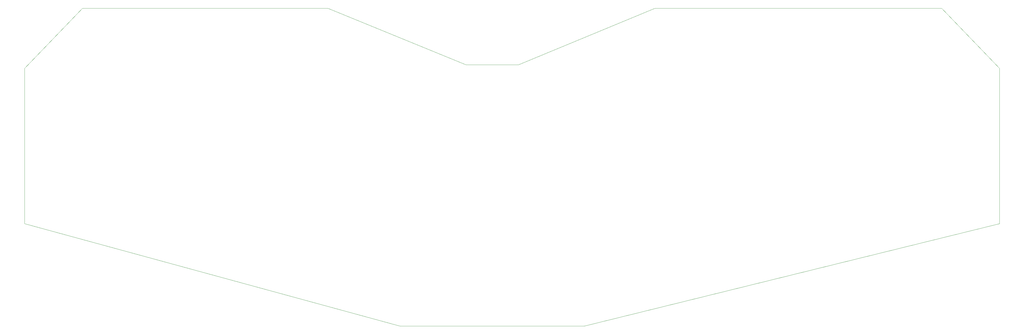
<source format=gm1>
G04 #@! TF.GenerationSoftware,KiCad,Pcbnew,(5.1.4-0-10_14)*
G04 #@! TF.CreationDate,2022-04-12T16:32:30-04:00*
G04 #@! TF.ProjectId,keyboard,6b657962-6f61-4726-942e-6b696361645f,rev?*
G04 #@! TF.SameCoordinates,Original*
G04 #@! TF.FileFunction,Profile,NP*
%FSLAX46Y46*%
G04 Gerber Fmt 4.6, Leading zero omitted, Abs format (unit mm)*
G04 Created by KiCad (PCBNEW (5.1.4-0-10_14)) date 2022-04-12 16:32:30*
%MOMM*%
%LPD*%
G04 APERTURE LIST*
%ADD10C,0.100000*%
G04 APERTURE END LIST*
D10*
X177800000Y-152400000D02*
X210820000Y-152400000D01*
X243896800Y-152400000D02*
X392890000Y-115570000D01*
X392890000Y-97790000D02*
X392890000Y-115570000D01*
X43180000Y-115570000D02*
X43180000Y-97790000D01*
X177800000Y-152400000D02*
X43180000Y-115570000D01*
X243896800Y-152400000D02*
X210820000Y-152400000D01*
X63960000Y-38100000D02*
X77470000Y-38100000D01*
X43180000Y-59690000D02*
X63960000Y-38100000D01*
X372110000Y-38100000D02*
X269240000Y-38100000D01*
X392890000Y-59690000D02*
X372110000Y-38100000D01*
X151998900Y-38100000D02*
X77470000Y-38100000D01*
X392890000Y-97790000D02*
X392890000Y-59690000D01*
X43180000Y-97790000D02*
X43180000Y-59690000D01*
X201476800Y-58420000D02*
X151998900Y-38100000D01*
X220276800Y-58420000D02*
X269240000Y-38100000D01*
X201476800Y-58420000D02*
X220276800Y-58420000D01*
M02*

</source>
